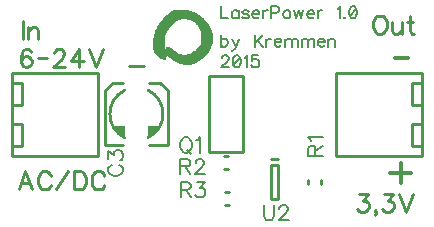
<source format=gto>
G04 DipTrace 2.4.0.2*
%INLaserPower_v_1.0.GTO*%
%MOMM*%
%ADD10C,0.25*%
%ADD12C,0.025*%
%ADD17C,0.155*%
%ADD53C,0.196*%
%ADD54C,0.235*%
%ADD55C,0.314*%
%FSLAX53Y53*%
G04*
G71*
G90*
G75*
G01*
%LNTopSilk*%
%LPD*%
X22700Y5750D2*
D10*
X22100D1*
Y2850D1*
X22700D1*
Y5750D1*
Y6200D2*
X22100D1*
X7450Y13500D2*
X150D1*
Y6500D1*
X7450D1*
Y13500D1*
X1000Y12700D2*
X200D1*
Y10800D1*
X1000D1*
Y12700D1*
Y9200D2*
X200D1*
Y7300D1*
X1000D1*
Y9200D1*
X13350Y12050D2*
X12700Y12700D1*
X8700D2*
X8050Y12050D1*
X8700Y12700D2*
X9600D1*
X8050Y12050D2*
Y7450D1*
Y7400D2*
X9600D1*
X11800D2*
X13350D1*
Y12050D1*
X11800Y12700D2*
X12700D1*
X11300Y14150D2*
X10100D1*
G36*
X11700Y8050D2*
Y9050D1*
X12700D1*
X12200Y8550D1*
D1*
X11700Y8050D1*
G37*
Y12050D2*
D10*
G02X11700Y8050I-976J-2000D01*
G01*
X9700Y12050D2*
G03X9700Y8050I976J-2000D01*
G01*
G36*
D2*
Y9050D1*
X8700D1*
X9200Y8300D1*
Y8550D1*
X9700Y8050D1*
G37*
X18150Y6450D2*
D10*
X18450D1*
X18150Y5350D2*
X18450D1*
X26350Y4450D2*
Y4150D1*
X25250Y4450D2*
Y4150D1*
X18500Y2300D2*
X18200D1*
X18500Y3400D2*
X18200D1*
X16850Y6800D2*
X19750D1*
Y13300D1*
X16850D1*
Y6800D1*
X27600Y6500D2*
X34900D1*
Y13500D1*
X27600D1*
Y6500D1*
X34050Y7300D2*
X34850D1*
Y9200D1*
X34050D1*
Y7300D1*
Y10800D2*
X34850D1*
Y12700D1*
X34050D1*
Y10800D1*
X13885Y18842D2*
D12*
X14901D1*
X13807Y18817D2*
X15035D1*
X13743Y18791D2*
X15157D1*
X13691Y18766D2*
X15249D1*
X13668Y18740D2*
X15316D1*
X13644Y18715D2*
X15377D1*
X13616Y18690D2*
X15439D1*
X13504Y18664D2*
X13530D1*
X13583D2*
X15499D1*
X13453Y18639D2*
D3*
X13548D2*
X15556D1*
X13428Y18613D2*
D3*
X13516D2*
X15610D1*
X13478Y18588D2*
X15661D1*
X13441Y18563D2*
X15708D1*
X13407Y18537D2*
X15747D1*
X13392Y18512D2*
X15781D1*
X13383Y18486D2*
X15817D1*
X13301Y18461D2*
X15856D1*
X13279Y18436D2*
X15895D1*
X13253Y18410D2*
X15933D1*
X13225Y18385D2*
X15971D1*
X13196Y18359D2*
X16012D1*
X13165Y18334D2*
X16051D1*
X13136Y18309D2*
X16082D1*
X13112Y18283D2*
X16107D1*
X13091Y18258D2*
X16129D1*
X13069Y18232D2*
X16158D1*
X13046Y18207D2*
X16193D1*
X13025Y18182D2*
X16231D1*
X13005Y18156D2*
X16265D1*
X12983Y18131D2*
X16295D1*
X12957Y18105D2*
X14355D1*
X15022D2*
X16321D1*
X12931Y18080D2*
X14259D1*
X15151D2*
X16343D1*
X12908Y18055D2*
X14185D1*
X15250D2*
X16360D1*
X12888Y18029D2*
X14126D1*
X15321D2*
X16374D1*
X12866Y18004D2*
X14073D1*
X15382D2*
X16391D1*
X12843Y17978D2*
X14026D1*
X15438D2*
X16416D1*
X12822Y17953D2*
X13984D1*
X15487D2*
X16445D1*
X12802Y17928D2*
X13945D1*
X15529D2*
X16473D1*
X12781Y17902D2*
X13910D1*
X15568D2*
X16499D1*
X12757Y17877D2*
X13881D1*
X15606D2*
X16522D1*
X12735Y17851D2*
X13857D1*
X15642D2*
X16541D1*
X12716Y17826D2*
X13836D1*
X15674D2*
X16557D1*
X12699Y17801D2*
X13814D1*
X15699D2*
X16572D1*
X12683Y17775D2*
X13791D1*
X15720D2*
X16592D1*
X12666Y17750D2*
X13766D1*
X15742D2*
X16617D1*
X12649Y17724D2*
X13741D1*
X15762D2*
X16643D1*
X12632Y17699D2*
X13715D1*
X15781D2*
X16666D1*
X12614Y17674D2*
X13687D1*
X15800D2*
X16686D1*
X12594Y17648D2*
X13659D1*
X15824D2*
X16707D1*
X12571Y17623D2*
X13633D1*
X15852D2*
X16726D1*
X12547Y17597D2*
X13610D1*
X15879D2*
X16741D1*
X12527Y17572D2*
X13591D1*
X15899D2*
X16753D1*
X12510Y17547D2*
X13571D1*
X15914D2*
X16765D1*
X12496Y17521D2*
X13548D1*
X15928D2*
X16781D1*
X12483Y17496D2*
X13522D1*
X15944D2*
X16801D1*
X12473Y17470D2*
X13497D1*
X15959D2*
X16824D1*
X12463Y17445D2*
X13474D1*
X15973D2*
X16844D1*
X12454Y17420D2*
X13451D1*
X15987D2*
X16860D1*
X12443Y17394D2*
X13428D1*
X16003D2*
X16875D1*
X12431Y17369D2*
X13407D1*
X16019D2*
X16887D1*
X12421Y17343D2*
X13392D1*
X16033D2*
X16898D1*
X12413Y17318D2*
X13379D1*
X16046D2*
X16907D1*
X12404Y17293D2*
X13364D1*
X16062D2*
X16916D1*
X12394Y17267D2*
X13343D1*
X16077D2*
X16925D1*
X12382Y17242D2*
X13318D1*
X16087D2*
X16933D1*
X12367Y17216D2*
X13294D1*
X16096D2*
X16942D1*
X12349Y17191D2*
X13272D1*
X16105D2*
X16950D1*
X12333Y17166D2*
X13252D1*
X16116D2*
X16958D1*
X12318Y17140D2*
X13235D1*
X16126D2*
X16967D1*
X12306Y17115D2*
X13221D1*
X16135D2*
X16975D1*
X12296Y17089D2*
X13210D1*
X16141D2*
X16982D1*
X12289Y17064D2*
X13200D1*
X16145D2*
X16991D1*
X12283Y17039D2*
X13191D1*
X16149D2*
X17004D1*
X12276Y17013D2*
X13182D1*
X16156D2*
X17017D1*
X12268Y16988D2*
X13174D1*
X16164D2*
X17027D1*
X12263Y16962D2*
X13165D1*
X16171D2*
X17035D1*
X12257Y16937D2*
X13156D1*
X16180D2*
X17044D1*
X12250Y16912D2*
X13145D1*
X16187D2*
X17051D1*
X12242Y16886D2*
X13130D1*
X16192D2*
X17057D1*
X12234Y16861D2*
X13115D1*
X16195D2*
X17063D1*
X12226Y16835D2*
X13102D1*
X16196D2*
X17070D1*
X12218Y16810D2*
X13091D1*
X16196D2*
X17077D1*
X12213Y16785D2*
X13082D1*
X16197D2*
X17081D1*
X12210Y16759D2*
X13076D1*
X16197D2*
X17084D1*
X12205Y16734D2*
X13070D1*
X16197D2*
X17085D1*
X12199Y16708D2*
X13063D1*
X16197D2*
X17085D1*
X12192Y16683D2*
X13056D1*
X16197D2*
X17086D1*
X12188Y16658D2*
X13051D1*
X16197D2*
X17086D1*
X12185Y16632D2*
X13048D1*
X16197D2*
X17086D1*
X12184Y16607D2*
X13043D1*
X16197D2*
X17086D1*
X12182Y16581D2*
X13037D1*
X16197D2*
X17086D1*
X12175Y16556D2*
X13030D1*
X16197D2*
X17086D1*
X12163Y16531D2*
X13026D1*
X16197D2*
X17086D1*
X12150Y16505D2*
X13023D1*
X16197D2*
X17086D1*
X12141Y16480D2*
X13022D1*
X16197D2*
X17086D1*
X12136Y16454D2*
X13022D1*
X16197D2*
X17086D1*
X12134Y16429D2*
X13022D1*
X16197D2*
X17086D1*
X12133Y16404D2*
X13022D1*
X16197D2*
X17086D1*
X12133Y16378D2*
X13022D1*
X16197D2*
X17086D1*
X12133Y16353D2*
X13022D1*
X16197D2*
X17086D1*
X12133Y16327D2*
X13022D1*
X16197D2*
X17086D1*
X12133Y16302D2*
X13022D1*
X16197D2*
X17086D1*
X12133Y16277D2*
X13022D1*
X16197D2*
X17086D1*
X12133Y16251D2*
X13022D1*
X16197D2*
X17086D1*
X12133Y16226D2*
X13022D1*
X16197D2*
X17085D1*
X12133Y16200D2*
X13022D1*
X16197D2*
X17081D1*
X12133Y16175D2*
X13022D1*
X16197D2*
X17075D1*
X12133Y16150D2*
X13022D1*
X16197D2*
X17069D1*
X12133Y16124D2*
X13022D1*
X16196D2*
X17064D1*
X12133Y16099D2*
X13022D1*
X16192D2*
X17062D1*
X12133Y16073D2*
X13022D1*
X16185D2*
X17061D1*
X12133Y16048D2*
X13022D1*
X16176D2*
X17059D1*
X12133Y16023D2*
X13022D1*
X16165D2*
X17056D1*
X12133Y15997D2*
X13022D1*
X16155D2*
X17048D1*
X12133Y15972D2*
X13022D1*
X16146D2*
X17035D1*
X12133Y15946D2*
X13022D1*
X16137D2*
X17018D1*
X12133Y15921D2*
X13022D1*
X16125D2*
X17003D1*
X12133Y15896D2*
X13022D1*
X16112D2*
X16992D1*
X12133Y15870D2*
X13022D1*
X16096D2*
X16984D1*
X12133Y15845D2*
X13022D1*
X16074D2*
X16975D1*
X12133Y15819D2*
X13022D1*
X16048D2*
X16967D1*
X12133Y15794D2*
X13022D1*
X16022D2*
X16959D1*
X12133Y15769D2*
X13021D1*
X15999D2*
X16950D1*
X12133Y15743D2*
X13017D1*
X13174D2*
D3*
X13250D2*
X13352D1*
X15979D2*
X16942D1*
X12133Y15718D2*
X13008D1*
X13223D2*
X13404D1*
X15961D2*
X16933D1*
X12133Y15692D2*
X12996D1*
X13202D2*
X13454D1*
X15944D2*
X16925D1*
X12133Y15667D2*
X13008D1*
X13188D2*
X13496D1*
X15930D2*
X16916D1*
X12133Y15642D2*
X13015D1*
X13179D2*
X13532D1*
X15917D2*
X16908D1*
X12133Y15616D2*
X13019D1*
X13180D2*
X13569D1*
X15899D2*
X16898D1*
X12133Y15591D2*
X13021D1*
X13185D2*
X13609D1*
X15871D2*
X16887D1*
X12135Y15565D2*
X13023D1*
X13190D2*
X13652D1*
X15836D2*
X16876D1*
X12139Y15540D2*
X13028D1*
X13193D2*
X13697D1*
X15799D2*
X16866D1*
X12153Y15515D2*
X13048D1*
X13098D2*
X13149D1*
X13185D2*
X13738D1*
X15765D2*
X16856D1*
X12166Y15489D2*
X13773D1*
X15737D2*
X16840D1*
X12176Y15464D2*
X13801D1*
X15724D2*
X16820D1*
X12184Y15438D2*
X13824D1*
X15712D2*
X16801D1*
X12192Y15413D2*
X13847D1*
X15698D2*
X16787D1*
X12201Y15388D2*
X13874D1*
X15668D2*
X16774D1*
X12209Y15362D2*
X13904D1*
X15631D2*
X16760D1*
X12218Y15337D2*
X13934D1*
X15511D2*
D3*
X15589D2*
X16745D1*
X12230Y15311D2*
X13964D1*
X15460D2*
X15485D1*
X15539D2*
X16726D1*
X12244Y15286D2*
X13998D1*
X15445D2*
X16707D1*
X12260Y15261D2*
X14036D1*
X15384D2*
D3*
X15423D2*
X16690D1*
X12273Y15235D2*
X14075D1*
X15333D2*
X15358D1*
X15397D2*
X16674D1*
X12284Y15210D2*
X14111D1*
X15340D2*
X16656D1*
X12299Y15184D2*
X14144D1*
X15344D2*
X16633D1*
X12320Y15159D2*
X14182D1*
X15265D2*
X16607D1*
X12345Y15134D2*
X14228D1*
X15181D2*
X16580D1*
X12370Y15108D2*
X14289D1*
X15206D2*
X16553D1*
X12396Y15083D2*
X14377D1*
X15097D2*
X16527D1*
X12425Y15057D2*
X14518D1*
X14931D2*
X16501D1*
X12455Y15032D2*
X13255D1*
X13291D2*
X14728D1*
X14695D2*
X16473D1*
X12484Y15007D2*
X13216D1*
X13345D2*
X16446D1*
X12509Y14981D2*
X13184D1*
X13384D2*
X16423D1*
X12531Y14956D2*
X13158D1*
X13412D2*
X16406D1*
X12553Y14930D2*
X13131D1*
X13434D2*
X16389D1*
X12575Y14905D2*
X13103D1*
X13458D2*
X16368D1*
X12596Y14880D2*
X13075D1*
X13486D2*
X16342D1*
X12619Y14854D2*
X13047D1*
X13519D2*
X16310D1*
X12647Y14829D2*
X13063D1*
X13557D2*
X16272D1*
X12680Y14803D2*
X12768D1*
X12827D2*
X13076D1*
X13594D2*
X16230D1*
X12717Y14778D2*
X12742D1*
X12868D2*
X13086D1*
X13629D2*
X16187D1*
X12911Y14753D2*
X13092D1*
X13661D2*
X16149D1*
X12953Y14727D2*
X13093D1*
X13693D2*
X16117D1*
X12998Y14702D2*
X13084D1*
X13726D2*
X16087D1*
X13047Y14676D2*
X13072D1*
X13763D2*
X16053D1*
X13804Y14651D2*
X16016D1*
X13849Y14626D2*
X15979D1*
X13900Y14600D2*
X15942D1*
X13954Y14575D2*
X15900D1*
X14003Y14549D2*
X15852D1*
X14044Y14524D2*
X15806D1*
X14081Y14499D2*
X15767D1*
X14124Y14473D2*
X15733D1*
X14177Y14448D2*
X15694D1*
X14237Y14422D2*
X15650D1*
X14302Y14397D2*
X15602D1*
X14376Y14372D2*
X15551D1*
X14466Y14346D2*
X15492D1*
X14567Y14321D2*
X15427D1*
X14673Y14295D2*
X15358D1*
X13885Y18842D2*
X13807Y18817D1*
X13743Y18791D1*
X13691Y18766D1*
X13668Y18740D1*
X13644Y18715D1*
X13616Y18690D1*
X13583Y18664D1*
X13548Y18639D1*
X13512Y18613D1*
X13476Y18588D1*
X13440Y18563D1*
X13407Y18537D1*
X13392Y18512D1*
X13383Y18486D1*
X13377Y18461D1*
X13301D1*
X13279Y18436D1*
X13253Y18410D1*
X13225Y18385D1*
X13196Y18359D1*
X13165Y18334D1*
X13136Y18309D1*
X13112Y18283D1*
X13091Y18258D1*
X13069Y18232D1*
X13046Y18207D1*
X13025Y18182D1*
X13005Y18156D1*
X12983Y18131D1*
X12957Y18105D1*
X12931Y18080D1*
X12908Y18055D1*
X12888Y18029D1*
X12866Y18004D1*
X12843Y17978D1*
X12822Y17953D1*
X12802Y17928D1*
X12781Y17902D1*
X12757Y17877D1*
X12735Y17851D1*
X12716Y17826D1*
X12699Y17801D1*
X12683Y17775D1*
X12666Y17750D1*
X12649Y17724D1*
X12632Y17699D1*
X12614Y17674D1*
X12594Y17648D1*
X12571Y17623D1*
X12547Y17597D1*
X12527Y17572D1*
X12510Y17547D1*
X12496Y17521D1*
X12483Y17496D1*
X12473Y17470D1*
X12463Y17445D1*
X12454Y17420D1*
X12443Y17394D1*
X12431Y17369D1*
X12421Y17343D1*
X12413Y17318D1*
X12404Y17293D1*
X12394Y17267D1*
X12382Y17242D1*
X12367Y17216D1*
X12349Y17191D1*
X12333Y17166D1*
X12318Y17140D1*
X12306Y17115D1*
X12296Y17089D1*
X12289Y17064D1*
X12283Y17039D1*
X12276Y17013D1*
X12268Y16988D1*
X12263Y16962D1*
X12257Y16937D1*
X12250Y16912D1*
X12242Y16886D1*
X12234Y16861D1*
X12226Y16835D1*
X12218Y16810D1*
X12213Y16785D1*
X12210Y16759D1*
X12205Y16734D1*
X12199Y16708D1*
X12192Y16683D1*
X12188Y16658D1*
X12185Y16632D1*
X12184Y16607D1*
X12182Y16581D1*
X12175Y16556D1*
X12163Y16531D1*
X12150Y16505D1*
X12141Y16480D1*
X12136Y16454D1*
X12134Y16429D1*
X12133Y16404D1*
Y16378D1*
Y16353D1*
Y16327D1*
Y16302D1*
Y16277D1*
Y16251D1*
Y16226D1*
Y16200D1*
Y16175D1*
Y16150D1*
Y16124D1*
Y16099D1*
Y16073D1*
Y16048D1*
Y16023D1*
Y15997D1*
Y15972D1*
Y15946D1*
Y15921D1*
Y15896D1*
Y15870D1*
Y15845D1*
Y15819D1*
Y15794D1*
Y15769D1*
Y15743D1*
Y15718D1*
Y15692D1*
Y15667D1*
Y15642D1*
Y15616D1*
Y15591D1*
X12135Y15565D1*
X12139Y15540D1*
X12153Y15515D1*
X12166Y15489D1*
X12176Y15464D1*
X12184Y15438D1*
X12192Y15413D1*
X12201Y15388D1*
X12209Y15362D1*
X12218Y15337D1*
X12230Y15311D1*
X12244Y15286D1*
X12260Y15261D1*
X12273Y15235D1*
X12284Y15210D1*
X12299Y15184D1*
X12320Y15159D1*
X12345Y15134D1*
X12370Y15108D1*
X12396Y15083D1*
X12425Y15057D1*
X12455Y15032D1*
X12484Y15007D1*
X12509Y14981D1*
X12531Y14956D1*
X12553Y14930D1*
X12575Y14905D1*
X12596Y14880D1*
X12619Y14854D1*
X12647Y14829D1*
X12680Y14803D1*
X12717Y14778D1*
X14901Y18842D2*
X15035Y18817D1*
X15157Y18791D1*
X15249Y18766D1*
X15316Y18740D1*
X15377Y18715D1*
X15439Y18690D1*
X15499Y18664D1*
X15556Y18639D1*
X15610Y18613D1*
X15661Y18588D1*
X15708Y18563D1*
X15747Y18537D1*
X15781Y18512D1*
X15817Y18486D1*
X15856Y18461D1*
X15895Y18436D1*
X15933Y18410D1*
X15971Y18385D1*
X16012Y18359D1*
X16051Y18334D1*
X16082Y18309D1*
X16107Y18283D1*
X16129Y18258D1*
X16158Y18232D1*
X16193Y18207D1*
X16231Y18182D1*
X16265Y18156D1*
X16295Y18131D1*
X16321Y18105D1*
X16343Y18080D1*
X16360Y18055D1*
X16374Y18029D1*
X16391Y18004D1*
X16416Y17978D1*
X16445Y17953D1*
X16473Y17928D1*
X16499Y17902D1*
X16522Y17877D1*
X16541Y17851D1*
X16557Y17826D1*
X16572Y17801D1*
X16592Y17775D1*
X16617Y17750D1*
X16643Y17724D1*
X16666Y17699D1*
X16686Y17674D1*
X16707Y17648D1*
X16726Y17623D1*
X16741Y17597D1*
X16753Y17572D1*
X16765Y17547D1*
X16781Y17521D1*
X16801Y17496D1*
X16824Y17470D1*
X16844Y17445D1*
X16860Y17420D1*
X16875Y17394D1*
X16887Y17369D1*
X16898Y17343D1*
X16907Y17318D1*
X16916Y17293D1*
X16925Y17267D1*
X16933Y17242D1*
X16942Y17216D1*
X16950Y17191D1*
X16958Y17166D1*
X16967Y17140D1*
X16975Y17115D1*
X16982Y17089D1*
X16991Y17064D1*
X17004Y17039D1*
X17017Y17013D1*
X17027Y16988D1*
X17035Y16962D1*
X17044Y16937D1*
X17051Y16912D1*
X17057Y16886D1*
X17063Y16861D1*
X17070Y16835D1*
X17077Y16810D1*
X17081Y16785D1*
X17084Y16759D1*
X17085Y16734D1*
Y16708D1*
X17086Y16683D1*
Y16658D1*
Y16632D1*
Y16607D1*
Y16581D1*
Y16556D1*
Y16531D1*
Y16505D1*
Y16480D1*
Y16454D1*
Y16429D1*
Y16404D1*
Y16378D1*
Y16353D1*
Y16327D1*
Y16302D1*
Y16277D1*
Y16251D1*
X17085Y16226D1*
X17081Y16200D1*
X17075Y16175D1*
X17069Y16150D1*
X17064Y16124D1*
X17062Y16099D1*
X17061Y16073D1*
X17059Y16048D1*
X17056Y16023D1*
X17048Y15997D1*
X17035Y15972D1*
X17018Y15946D1*
X17003Y15921D1*
X16992Y15896D1*
X16984Y15870D1*
X16975Y15845D1*
X16967Y15819D1*
X16959Y15794D1*
X16950Y15769D1*
X16942Y15743D1*
X16933Y15718D1*
X16925Y15692D1*
X16916Y15667D1*
X16908Y15642D1*
X16898Y15616D1*
X16887Y15591D1*
X16876Y15565D1*
X16866Y15540D1*
X16856Y15515D1*
X16840Y15489D1*
X16820Y15464D1*
X16801Y15438D1*
X16787Y15413D1*
X16774Y15388D1*
X16760Y15362D1*
X16745Y15337D1*
X16726Y15311D1*
X16707Y15286D1*
X16690Y15261D1*
X16674Y15235D1*
X16656Y15210D1*
X16633Y15184D1*
X16607Y15159D1*
X16580Y15134D1*
X16553Y15108D1*
X16527Y15083D1*
X16501Y15057D1*
X16473Y15032D1*
X16446Y15007D1*
X16423Y14981D1*
X16406Y14956D1*
X16389Y14930D1*
X16368Y14905D1*
X16342Y14880D1*
X16310Y14854D1*
X16272Y14829D1*
X16230Y14803D1*
X16187Y14778D1*
X16149Y14753D1*
X16117Y14727D1*
X16087Y14702D1*
X16053Y14676D1*
X16016Y14651D1*
X15979Y14626D1*
X15942Y14600D1*
X15900Y14575D1*
X15852Y14549D1*
X15806Y14524D1*
X15767Y14499D1*
X15733Y14473D1*
X15694Y14448D1*
X15650Y14422D1*
X15602Y14397D1*
X15551Y14372D1*
X15492Y14346D1*
X15427Y14321D1*
X15358Y14295D1*
X13504Y18664D2*
X13555Y18639D1*
X13516Y18613D1*
X13478Y18588D1*
X13441Y18563D1*
X13407Y18537D1*
X13392Y18512D1*
X13383Y18486D1*
X13377Y18461D1*
X13301D1*
X13279Y18436D1*
X13253Y18410D1*
X13225Y18385D1*
X13196Y18359D1*
X13165Y18334D1*
X13136Y18309D1*
X13112Y18283D1*
X13091Y18258D1*
X13069Y18232D1*
X13046Y18207D1*
X13025Y18182D1*
X13005Y18156D1*
X12983Y18131D1*
X12957Y18105D1*
X12931Y18080D1*
X12908Y18055D1*
X12888Y18029D1*
X12866Y18004D1*
X12843Y17978D1*
X12822Y17953D1*
X12802Y17928D1*
X12781Y17902D1*
X12757Y17877D1*
X12735Y17851D1*
X12716Y17826D1*
X12699Y17801D1*
X12683Y17775D1*
X12666Y17750D1*
X12649Y17724D1*
X12632Y17699D1*
X12614Y17674D1*
X12594Y17648D1*
X12571Y17623D1*
X12547Y17597D1*
X12527Y17572D1*
X12510Y17547D1*
X12496Y17521D1*
X12483Y17496D1*
X12473Y17470D1*
X12463Y17445D1*
X12454Y17420D1*
X12443Y17394D1*
X12431Y17369D1*
X12421Y17343D1*
X12413Y17318D1*
X12404Y17293D1*
X12394Y17267D1*
X12382Y17242D1*
X12367Y17216D1*
X12349Y17191D1*
X12333Y17166D1*
X12318Y17140D1*
X12306Y17115D1*
X12296Y17089D1*
X12289Y17064D1*
X12283Y17039D1*
X12276Y17013D1*
X12268Y16988D1*
X12263Y16962D1*
X12257Y16937D1*
X12250Y16912D1*
X12242Y16886D1*
X12234Y16861D1*
X12226Y16835D1*
X12218Y16810D1*
X12213Y16785D1*
X12210Y16759D1*
X12205Y16734D1*
X12199Y16708D1*
X12192Y16683D1*
X12188Y16658D1*
X12185Y16632D1*
X12184Y16607D1*
X12182Y16581D1*
X12175Y16556D1*
X12163Y16531D1*
X12150Y16505D1*
X12141Y16480D1*
X12136Y16454D1*
X12134Y16429D1*
X12133Y16404D1*
Y16378D1*
Y16353D1*
Y16327D1*
Y16302D1*
Y16277D1*
Y16251D1*
Y16226D1*
Y16200D1*
Y16175D1*
Y16150D1*
Y16124D1*
Y16099D1*
Y16073D1*
Y16048D1*
Y16023D1*
Y15997D1*
Y15972D1*
Y15946D1*
Y15921D1*
Y15896D1*
Y15870D1*
Y15845D1*
Y15819D1*
Y15794D1*
Y15769D1*
Y15743D1*
Y15718D1*
Y15692D1*
Y15667D1*
Y15642D1*
Y15616D1*
Y15591D1*
X12135Y15565D1*
X12139Y15540D1*
X12153Y15515D1*
X12166Y15489D1*
X12176Y15464D1*
X12184Y15438D1*
X12192Y15413D1*
X12201Y15388D1*
X12209Y15362D1*
X12218Y15337D1*
X12230Y15311D1*
X12244Y15286D1*
X12260Y15261D1*
X12273Y15235D1*
X12284Y15210D1*
X12299Y15184D1*
X12320Y15159D1*
X12345Y15134D1*
X12370Y15108D1*
X12396Y15083D1*
X12425Y15057D1*
X12455Y15032D1*
X12484Y15007D1*
X12509Y14981D1*
X12531Y14956D1*
X12553Y14930D1*
X12575Y14905D1*
X12596Y14880D1*
X12619Y14854D1*
X12647Y14829D1*
X12680Y14803D1*
X12717Y14778D1*
X13530Y18664D2*
X13453Y18639D2*
X13428Y18613D2*
X14469Y18131D2*
X14355Y18105D1*
X14259Y18080D1*
X14185Y18055D1*
X14126Y18029D1*
X14073Y18004D1*
X14026Y17978D1*
X13984Y17953D1*
X13945Y17928D1*
X13910Y17902D1*
X13881Y17877D1*
X13857Y17851D1*
X13836Y17826D1*
X13814Y17801D1*
X13791Y17775D1*
X13766Y17750D1*
X13741Y17724D1*
X13715Y17699D1*
X13687Y17674D1*
X13659Y17648D1*
X13633Y17623D1*
X13610Y17597D1*
X13591Y17572D1*
X13571Y17547D1*
X13548Y17521D1*
X13522Y17496D1*
X13497Y17470D1*
X13474Y17445D1*
X13451Y17420D1*
X13428Y17394D1*
X13407Y17369D1*
X13392Y17343D1*
X13379Y17318D1*
X13364Y17293D1*
X13343Y17267D1*
X13318Y17242D1*
X13294Y17216D1*
X13272Y17191D1*
X13252Y17166D1*
X13235Y17140D1*
X13221Y17115D1*
X13210Y17089D1*
X13200Y17064D1*
X13191Y17039D1*
X13182Y17013D1*
X13174Y16988D1*
X13165Y16962D1*
X13156Y16937D1*
X13145Y16912D1*
X13130Y16886D1*
X13115Y16861D1*
X13102Y16835D1*
X13091Y16810D1*
X13082Y16785D1*
X13076Y16759D1*
X13070Y16734D1*
X13063Y16708D1*
X13056Y16683D1*
X13051Y16658D1*
X13048Y16632D1*
X13043Y16607D1*
X13037Y16581D1*
X13030Y16556D1*
X13026Y16531D1*
X13023Y16505D1*
X13022Y16480D1*
Y16454D1*
Y16429D1*
Y16404D1*
Y16378D1*
Y16353D1*
Y16327D1*
Y16302D1*
Y16277D1*
Y16251D1*
Y16226D1*
Y16200D1*
Y16175D1*
Y16150D1*
Y16124D1*
Y16099D1*
Y16073D1*
Y16048D1*
Y16023D1*
Y15997D1*
Y15972D1*
Y15946D1*
Y15921D1*
Y15896D1*
Y15870D1*
Y15845D1*
Y15819D1*
Y15794D1*
X13021Y15769D1*
X13017Y15743D1*
X13008Y15718D1*
X12996Y15692D1*
X13008Y15667D1*
X13015Y15642D1*
X13019Y15616D1*
X13021Y15591D1*
X13023Y15565D1*
X13028Y15540D1*
X13048Y15515D1*
X13072Y15489D1*
X14876Y18131D2*
X15022Y18105D1*
X15151Y18080D1*
X15250Y18055D1*
X15321Y18029D1*
X15382Y18004D1*
X15438Y17978D1*
X15487Y17953D1*
X15529Y17928D1*
X15568Y17902D1*
X15606Y17877D1*
X15642Y17851D1*
X15674Y17826D1*
X15699Y17801D1*
X15720Y17775D1*
X15742Y17750D1*
X15762Y17724D1*
X15781Y17699D1*
X15800Y17674D1*
X15824Y17648D1*
X15852Y17623D1*
X15879Y17597D1*
X15899Y17572D1*
X15914Y17547D1*
X15928Y17521D1*
X15944Y17496D1*
X15959Y17470D1*
X15973Y17445D1*
X15987Y17420D1*
X16003Y17394D1*
X16019Y17369D1*
X16033Y17343D1*
X16046Y17318D1*
X16062Y17293D1*
X16077Y17267D1*
X16087Y17242D1*
X16096Y17216D1*
X16105Y17191D1*
X16116Y17166D1*
X16126Y17140D1*
X16135Y17115D1*
X16141Y17089D1*
X16145Y17064D1*
X16149Y17039D1*
X16156Y17013D1*
X16164Y16988D1*
X16171Y16962D1*
X16180Y16937D1*
X16187Y16912D1*
X16192Y16886D1*
X16195Y16861D1*
X16196Y16835D1*
Y16810D1*
X16197Y16785D1*
Y16759D1*
Y16734D1*
Y16708D1*
Y16683D1*
Y16658D1*
Y16632D1*
Y16607D1*
Y16581D1*
Y16556D1*
Y16531D1*
Y16505D1*
Y16480D1*
Y16454D1*
Y16429D1*
Y16404D1*
Y16378D1*
Y16353D1*
Y16327D1*
Y16302D1*
Y16277D1*
Y16251D1*
Y16226D1*
Y16200D1*
Y16175D1*
Y16150D1*
X16196Y16124D1*
X16192Y16099D1*
X16185Y16073D1*
X16176Y16048D1*
X16165Y16023D1*
X16155Y15997D1*
X16146Y15972D1*
X16137Y15946D1*
X16125Y15921D1*
X16112Y15896D1*
X16096Y15870D1*
X16074Y15845D1*
X16048Y15819D1*
X16022Y15794D1*
X15999Y15769D1*
X15979Y15743D1*
X15961Y15718D1*
X15944Y15692D1*
X15930Y15667D1*
X15917Y15642D1*
X15899Y15616D1*
X15871Y15591D1*
X15836Y15565D1*
X15799Y15540D1*
X15765Y15515D1*
X15737Y15489D1*
X15724Y15464D1*
X15712Y15438D1*
X15698Y15413D1*
X15668Y15388D1*
X15631Y15362D1*
X15589Y15337D1*
X15539Y15311D1*
X15485Y15286D1*
X13174Y15743D2*
X13184Y15718D1*
X13183Y15692D1*
X13180Y15667D1*
X13178Y15642D1*
X13180Y15616D1*
X13185Y15591D1*
X13190Y15565D1*
X13193Y15540D1*
X13185Y15515D1*
X13174Y15489D1*
X13250Y15743D2*
X13223Y15718D1*
X13202Y15692D1*
X13188Y15667D1*
X13179Y15642D1*
X13180Y15616D1*
X13185Y15591D1*
X13190Y15565D1*
X13193Y15540D1*
X13185Y15515D1*
X13174Y15489D1*
X13352Y15743D2*
X13404Y15718D1*
X13454Y15692D1*
X13496Y15667D1*
X13532Y15642D1*
X13569Y15616D1*
X13609Y15591D1*
X13652Y15565D1*
X13697Y15540D1*
X13738Y15515D1*
X13773Y15489D1*
X13801Y15464D1*
X13824Y15438D1*
X13847Y15413D1*
X13874Y15388D1*
X13904Y15362D1*
X13934Y15337D1*
X13964Y15311D1*
X13998Y15286D1*
X14036Y15261D1*
X14075Y15235D1*
X14111Y15210D1*
X14144Y15184D1*
X14182Y15159D1*
X14228Y15134D1*
X14289Y15108D1*
X14377Y15083D1*
X14518Y15057D1*
X14728Y15032D1*
X14977Y15007D1*
X13098Y15515D2*
X13072Y15489D1*
X13149Y15515D2*
X13174Y15489D1*
X15511Y15337D2*
X15485Y15311D1*
X15460D2*
X15445Y15286D1*
X15423Y15261D1*
X15393Y15235D1*
X15358Y15210D1*
X15485Y15311D2*
X15511Y15286D1*
X15384Y15261D2*
X15397Y15235D1*
X15409Y15210D1*
X15333Y15235D2*
X15340Y15210D1*
X15344Y15184D1*
X15265Y15159D1*
X15181Y15134D1*
X15206Y15108D1*
X15097Y15083D1*
X14931Y15057D1*
X14695Y15032D1*
X14419Y15007D1*
X15358Y15235D2*
X15384Y15210D1*
X13301Y15057D2*
X13255Y15032D1*
X13216Y15007D1*
X13184Y14981D1*
X13158Y14956D1*
X13131Y14930D1*
X13103Y14905D1*
X13075Y14880D1*
X13047Y14854D1*
X13063Y14829D1*
X13076Y14803D1*
X13086Y14778D1*
X13092Y14753D1*
X13093Y14727D1*
X13084Y14702D1*
X13072Y14676D1*
X13225Y15057D2*
X13291Y15032D1*
X13345Y15007D1*
X13384Y14981D1*
X13412Y14956D1*
X13434Y14930D1*
X13458Y14905D1*
X13486Y14880D1*
X13519Y14854D1*
X13557Y14829D1*
X13594Y14803D1*
X13629Y14778D1*
X13661Y14753D1*
X13693Y14727D1*
X13726Y14702D1*
X13763Y14676D1*
X13804Y14651D1*
X13849Y14626D1*
X13900Y14600D1*
X13954Y14575D1*
X14003Y14549D1*
X14044Y14524D1*
X14081Y14499D1*
X14124Y14473D1*
X14177Y14448D1*
X14237Y14422D1*
X14302Y14397D1*
X14376Y14372D1*
X14466Y14346D1*
X14567Y14321D1*
X14673Y14295D1*
X12793Y14829D2*
X12768Y14803D1*
X12742Y14778D1*
X12793Y14829D2*
X12827Y14803D1*
X12868Y14778D1*
X12911Y14753D1*
X12953Y14727D1*
X12998Y14702D1*
X13047Y14676D1*
X21503Y2310D2*
D53*
Y1399D1*
X21564Y1216D1*
X21686Y1096D1*
X21868Y1034D1*
X21989D1*
X22171Y1096D1*
X22294Y1216D1*
X22354Y1399D1*
Y2310D1*
X22808Y2005D2*
Y2066D1*
X22868Y2188D1*
X22929Y2248D1*
X23051Y2308D1*
X23294D1*
X23414Y2248D1*
X23475Y2188D1*
X23536Y2066D1*
Y1945D1*
X23475Y1823D1*
X23354Y1642D1*
X22746Y1034D1*
X23597D1*
X8593Y5734D2*
X8473Y5674D1*
X8351Y5552D1*
X8290Y5431D1*
Y5188D1*
X8350Y5066D1*
X8473Y4945D1*
X8593Y4883D1*
X8776Y4823D1*
X9080D1*
X9262Y4883D1*
X9384Y4945D1*
X9504Y5066D1*
X9566Y5188D1*
Y5431D1*
X9504Y5552D1*
X9384Y5674D1*
X9262Y5734D1*
X8292Y6248D2*
Y6915D1*
X8777Y6552D1*
Y6734D1*
X8838Y6855D1*
X8898Y6915D1*
X9081Y6977D1*
X9201D1*
X9384Y6915D1*
X9506Y6794D1*
X9566Y6612D1*
Y6429D1*
X9506Y6248D1*
X9444Y6188D1*
X9323Y6126D1*
X14403Y5602D2*
X14949D1*
X15132Y5664D1*
X15194Y5724D1*
X15254Y5845D1*
Y5967D1*
X15194Y6088D1*
X15132Y6150D1*
X14949Y6210D1*
X14403D1*
Y4934D1*
X14829Y5602D2*
X15254Y4934D1*
X15708Y5905D2*
Y5966D1*
X15768Y6088D1*
X15829Y6148D1*
X15951Y6208D1*
X16194D1*
X16314Y6148D1*
X16375Y6088D1*
X16436Y5966D1*
Y5845D1*
X16375Y5723D1*
X16254Y5542D1*
X15646Y4934D1*
X16497D1*
X25848Y6526D2*
Y7072D1*
X25786Y7255D1*
X25726Y7317D1*
X25605Y7377D1*
X25483D1*
X25362Y7317D1*
X25301Y7255D1*
X25240Y7072D1*
Y6526D1*
X26516D1*
X25848Y6952D2*
X26516Y7377D1*
X25484Y7769D2*
X25423Y7891D1*
X25242Y8074D1*
X26516D1*
X14453Y3652D2*
X14999D1*
X15182Y3714D1*
X15244Y3774D1*
X15304Y3895D1*
Y4017D1*
X15244Y4138D1*
X15182Y4200D1*
X14999Y4260D1*
X14453D1*
Y2984D1*
X14879Y3652D2*
X15304Y2984D1*
X15818Y4258D2*
X16485D1*
X16121Y3773D1*
X16304D1*
X16425Y3712D1*
X16485Y3652D1*
X16547Y3470D1*
Y3349D1*
X16485Y3166D1*
X16364Y3044D1*
X16182Y2984D1*
X15999D1*
X15818Y3044D1*
X15758Y3106D1*
X15696Y3227D1*
X14780Y8060D2*
X14659Y8001D1*
X14537Y7879D1*
X14477Y7757D1*
X14415Y7574D1*
Y7271D1*
X14477Y7089D1*
X14537Y6968D1*
X14659Y6846D1*
X14780Y6785D1*
X15023D1*
X15145Y6846D1*
X15266Y6968D1*
X15326Y7089D1*
X15388Y7271D1*
Y7574D1*
X15326Y7757D1*
X15266Y7879D1*
X15145Y8001D1*
X15023Y8060D1*
X14780D1*
X14963Y7028D2*
X15326Y6663D1*
X15780Y7816D2*
X15902Y7877D1*
X16085Y8059D1*
Y6784D1*
X33074Y5921D2*
D55*
Y4171D1*
X32200Y5045D2*
X33950D1*
X33723Y14803D2*
X32600D1*
X1785Y15321D2*
D54*
X1713Y15466D1*
X1494Y15538D1*
X1349D1*
X1130Y15466D1*
X983Y15247D1*
X911Y14883D1*
Y14519D1*
X983Y14228D1*
X1130Y14081D1*
X1349Y14009D1*
X1421D1*
X1639Y14081D1*
X1785Y14228D1*
X1858Y14447D1*
Y14519D1*
X1785Y14738D1*
X1639Y14883D1*
X1421Y14955D1*
X1349D1*
X1130Y14883D1*
X983Y14738D1*
X911Y14519D1*
X2328Y14773D2*
X3170D1*
X3715Y15174D2*
Y15247D1*
X3788Y15393D1*
X3860Y15466D1*
X4007Y15538D1*
X4298D1*
X4443Y15466D1*
X4515Y15393D1*
X4589Y15247D1*
Y15102D1*
X4515Y14955D1*
X4370Y14738D1*
X3641Y14009D1*
X4662D1*
X5862D2*
Y15538D1*
X5132Y14519D1*
X6226D1*
X6696Y15540D2*
X7279Y14009D1*
X7862Y15540D1*
X1884Y3653D2*
X1300Y5184D1*
X717Y3653D1*
X936Y4163D2*
X1665D1*
X3448Y4820D2*
X3376Y4965D1*
X3229Y5111D1*
X3084Y5184D1*
X2793D1*
X2646Y5111D1*
X2501Y4965D1*
X2427Y4820D1*
X2355Y4601D1*
Y4235D1*
X2427Y4018D1*
X2501Y3872D1*
X2646Y3727D1*
X2793Y3653D1*
X3084D1*
X3229Y3727D1*
X3376Y3872D1*
X3448Y4018D1*
X3919Y3653D2*
X4940Y5182D1*
X5410Y5184D2*
Y3653D1*
X5921D1*
X6140Y3727D1*
X6286Y3872D1*
X6359Y4018D1*
X6431Y4235D1*
Y4601D1*
X6359Y4820D1*
X6286Y4965D1*
X6140Y5111D1*
X5921Y5184D1*
X5410D1*
X7995Y4820D2*
X7923Y4965D1*
X7776Y5111D1*
X7631Y5184D1*
X7340D1*
X7193Y5111D1*
X7048Y4965D1*
X6974Y4820D1*
X6902Y4601D1*
Y4235D1*
X6974Y4018D1*
X7048Y3872D1*
X7193Y3727D1*
X7340Y3653D1*
X7631D1*
X7776Y3727D1*
X7923Y3872D1*
X7995Y4018D1*
X1067Y17884D2*
Y16353D1*
X1537Y17373D2*
Y16353D1*
Y17082D2*
X1756Y17301D1*
X1903Y17373D1*
X2120D1*
X2267Y17301D1*
X2339Y17082D1*
Y16353D1*
X31155Y18384D2*
X31008Y18311D1*
X30863Y18165D1*
X30789Y18020D1*
X30717Y17801D1*
Y17435D1*
X30789Y17218D1*
X30863Y17072D1*
X31008Y16927D1*
X31155Y16853D1*
X31446D1*
X31591Y16927D1*
X31738Y17072D1*
X31810Y17218D1*
X31883Y17435D1*
Y17801D1*
X31810Y18020D1*
X31738Y18165D1*
X31591Y18311D1*
X31446Y18384D1*
X31155D1*
X32353Y17873D2*
Y17144D1*
X32426Y16927D1*
X32572Y16853D1*
X32791D1*
X32936Y16927D1*
X33155Y17144D1*
Y17873D2*
Y16853D1*
X33845Y18384D2*
Y17144D1*
X33917Y16927D1*
X34064Y16853D1*
X34209D1*
X33626Y17873D2*
X34136D1*
X17872Y16762D2*
D17*
Y15741D1*
Y16276D2*
X17969Y16374D1*
X18066Y16422D1*
X18212D1*
X18308Y16374D1*
X18406Y16276D1*
X18454Y16130D1*
Y16033D1*
X18406Y15887D1*
X18308Y15791D1*
X18212Y15741D1*
X18066D1*
X17969Y15791D1*
X17872Y15887D1*
X18818Y16422D2*
X19108Y15741D1*
X19012Y15547D1*
X18914Y15449D1*
X18818Y15401D1*
X18768D1*
X19400Y16422D2*
X19108Y15741D1*
X20702Y16762D2*
Y15741D1*
X21382Y16762D2*
X20702Y16082D1*
X20944Y16325D2*
X21382Y15741D1*
X21696Y16422D2*
Y15741D1*
Y16130D2*
X21745Y16276D1*
X21842Y16374D1*
X21940Y16422D1*
X22086D1*
X22399Y16130D2*
X22982D1*
Y16228D1*
X22934Y16325D1*
X22886Y16374D1*
X22788Y16422D1*
X22642D1*
X22545Y16374D1*
X22448Y16276D1*
X22399Y16130D1*
Y16033D1*
X22448Y15887D1*
X22545Y15791D1*
X22642Y15741D1*
X22788D1*
X22886Y15791D1*
X22982Y15887D1*
X23296Y16422D2*
Y15741D1*
Y16228D2*
X23442Y16374D1*
X23540Y16422D1*
X23685D1*
X23782Y16374D1*
X23831Y16228D1*
Y15741D1*
Y16228D2*
X23977Y16374D1*
X24074Y16422D1*
X24219D1*
X24317Y16374D1*
X24366Y16228D1*
Y15741D1*
X24680Y16422D2*
Y15741D1*
Y16228D2*
X24826Y16374D1*
X24924Y16422D1*
X25069D1*
X25166Y16374D1*
X25215Y16228D1*
Y15741D1*
Y16228D2*
X25361Y16374D1*
X25458Y16422D1*
X25603D1*
X25701Y16374D1*
X25750Y16228D1*
Y15741D1*
X26064Y16130D2*
X26647D1*
Y16228D1*
X26599Y16325D1*
X26550Y16374D1*
X26453Y16422D1*
X26307D1*
X26210Y16374D1*
X26112Y16276D1*
X26064Y16130D1*
Y16033D1*
X26112Y15887D1*
X26210Y15791D1*
X26307Y15741D1*
X26453D1*
X26550Y15791D1*
X26647Y15887D1*
X26961Y16422D2*
Y15741D1*
Y16228D2*
X27107Y16374D1*
X27204Y16422D1*
X27349D1*
X27447Y16374D1*
X27495Y16228D1*
Y15741D1*
X17921Y14769D2*
Y14817D1*
X17969Y14915D1*
X18018Y14963D1*
X18115Y15011D1*
X18310D1*
X18406Y14963D1*
X18454Y14915D1*
X18504Y14817D1*
Y14720D1*
X18454Y14623D1*
X18358Y14478D1*
X17872Y13991D1*
X18552D1*
X19158Y15011D2*
X19012Y14963D1*
X18914Y14817D1*
X18866Y14574D1*
Y14428D1*
X18914Y14186D1*
X19012Y14040D1*
X19158Y13991D1*
X19254D1*
X19400Y14040D1*
X19497Y14186D1*
X19546Y14428D1*
Y14574D1*
X19497Y14817D1*
X19400Y14963D1*
X19254Y15011D1*
X19158D1*
X19497Y14817D2*
X18914Y14186D1*
X19860Y14817D2*
X19958Y14866D1*
X20104Y15011D1*
Y13991D1*
X21000Y15011D2*
X20515D1*
X20467Y14574D1*
X20515Y14623D1*
X20661Y14672D1*
X20806D1*
X20952Y14623D1*
X21050Y14526D1*
X21098Y14380D1*
Y14283D1*
X21050Y14137D1*
X20952Y14040D1*
X20806Y13991D1*
X20661D1*
X20515Y14040D1*
X20467Y14089D1*
X20418Y14186D1*
X29513Y3282D2*
D54*
X30314D1*
X29877Y2699D1*
X30096D1*
X30241Y2627D1*
X30314Y2554D1*
X30388Y2335D1*
Y2191D1*
X30314Y1972D1*
X30169Y1825D1*
X29950Y1753D1*
X29731D1*
X29513Y1825D1*
X29441Y1899D1*
X29367Y2044D1*
X31005Y1825D2*
X30931Y1753D1*
X30858Y1825D1*
X30931Y1899D1*
X31005Y1825D1*
Y1680D1*
X30931Y1534D1*
X30858Y1461D1*
X31622Y3282D2*
X32422D1*
X31986Y2699D1*
X32205D1*
X32350Y2627D1*
X32422Y2554D1*
X32496Y2335D1*
Y2191D1*
X32422Y1972D1*
X32277Y1825D1*
X32058Y1753D1*
X31839D1*
X31622Y1825D1*
X31550Y1899D1*
X31475Y2044D1*
X32967Y3284D2*
X33550Y1753D1*
X34133Y3284D1*
X17872Y19162D2*
D17*
Y18141D1*
X18454D1*
X19351Y18822D2*
Y18141D1*
Y18676D2*
X19254Y18774D1*
X19157Y18822D1*
X19012D1*
X18914Y18774D1*
X18818Y18676D1*
X18768Y18530D1*
Y18433D1*
X18818Y18287D1*
X18914Y18191D1*
X19012Y18141D1*
X19157D1*
X19254Y18191D1*
X19351Y18287D1*
X20199Y18676D2*
X20151Y18774D1*
X20005Y18822D1*
X19859D1*
X19713Y18774D1*
X19665Y18676D1*
X19713Y18579D1*
X19811Y18530D1*
X20053Y18482D1*
X20151Y18433D1*
X20199Y18336D1*
Y18287D1*
X20151Y18191D1*
X20005Y18141D1*
X19859D1*
X19713Y18191D1*
X19665Y18287D1*
X20513Y18530D2*
X21096D1*
Y18628D1*
X21048Y18725D1*
X20999Y18774D1*
X20902Y18822D1*
X20756D1*
X20659Y18774D1*
X20561Y18676D1*
X20513Y18530D1*
Y18433D1*
X20561Y18287D1*
X20659Y18191D1*
X20756Y18141D1*
X20902D1*
X20999Y18191D1*
X21096Y18287D1*
X21410Y18822D2*
Y18141D1*
Y18530D2*
X21459Y18676D1*
X21556Y18774D1*
X21653Y18822D1*
X21799D1*
X22113Y18628D2*
X22551D1*
X22696Y18676D1*
X22745Y18725D1*
X22794Y18822D1*
Y18968D1*
X22745Y19065D1*
X22696Y19114D1*
X22551Y19162D1*
X22113D1*
Y18141D1*
X23350Y18822D2*
X23253Y18774D1*
X23156Y18676D1*
X23107Y18530D1*
Y18433D1*
X23156Y18287D1*
X23253Y18191D1*
X23350Y18141D1*
X23496D1*
X23594Y18191D1*
X23690Y18287D1*
X23740Y18433D1*
Y18530D1*
X23690Y18676D1*
X23594Y18774D1*
X23496Y18822D1*
X23350D1*
X24053D2*
X24248Y18141D1*
X24442Y18822D1*
X24636Y18141D1*
X24831Y18822D1*
X25144Y18530D2*
X25727D1*
Y18628D1*
X25679Y18725D1*
X25631Y18774D1*
X25533Y18822D1*
X25387D1*
X25290Y18774D1*
X25193Y18676D1*
X25144Y18530D1*
Y18433D1*
X25193Y18287D1*
X25290Y18191D1*
X25387Y18141D1*
X25533D1*
X25631Y18191D1*
X25727Y18287D1*
X26041Y18822D2*
Y18141D1*
Y18530D2*
X26090Y18676D1*
X26187Y18774D1*
X26285Y18822D1*
X26431D1*
X27732Y18967D2*
X27830Y19016D1*
X27976Y19161D1*
Y18141D1*
X28338Y18239D2*
X28289Y18190D1*
X28338Y18141D1*
X28387Y18190D1*
X28338Y18239D1*
X28993Y19161D2*
X28847Y19113D1*
X28749Y18967D1*
X28701Y18724D1*
Y18578D1*
X28749Y18336D1*
X28847Y18190D1*
X28993Y18141D1*
X29089D1*
X29235Y18190D1*
X29332Y18336D1*
X29381Y18578D1*
Y18724D1*
X29332Y18967D1*
X29235Y19113D1*
X29089Y19161D1*
X28993D1*
X29332Y18967D2*
X28749Y18336D1*
M02*

</source>
